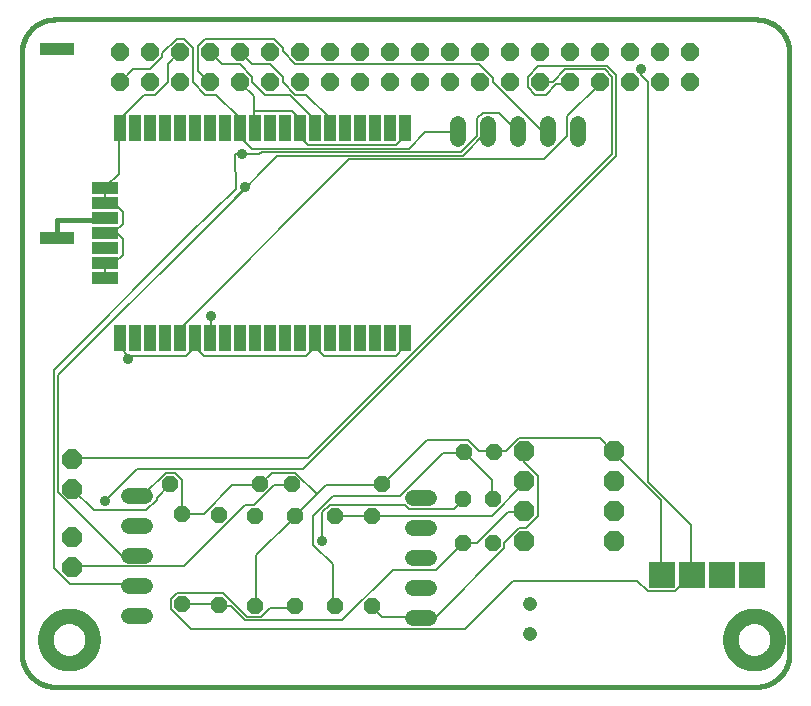
<source format=gtl>
G75*
%MOIN*%
%OFA0B0*%
%FSLAX25Y25*%
%IPPOS*%
%LPD*%
%AMOC8*
5,1,8,0,0,1.08239X$1,22.5*
%
%ADD10C,0.01600*%
%ADD11C,0.00000*%
%ADD12R,0.11811X0.03937*%
%ADD13C,0.05000*%
%ADD14OC8,0.06000*%
%ADD15R,0.04000X0.08858*%
%ADD16R,0.08858X0.04000*%
%ADD17OC8,0.06600*%
%ADD18OC8,0.05200*%
%ADD19R,0.08600X0.08600*%
%ADD20OC8,0.06800*%
%ADD21C,0.04756*%
%ADD22C,0.05200*%
%ADD23C,0.00600*%
%ADD24C,0.03600*%
D10*
X0007525Y0012936D02*
X0007525Y0213105D01*
X0007528Y0213374D01*
X0007538Y0213643D01*
X0007554Y0213912D01*
X0007577Y0214180D01*
X0007606Y0214447D01*
X0007642Y0214714D01*
X0007684Y0214980D01*
X0007732Y0215245D01*
X0007787Y0215508D01*
X0007849Y0215770D01*
X0007916Y0216031D01*
X0007990Y0216289D01*
X0008070Y0216546D01*
X0008156Y0216801D01*
X0008249Y0217054D01*
X0008347Y0217304D01*
X0008452Y0217552D01*
X0008562Y0217798D01*
X0008678Y0218040D01*
X0008801Y0218280D01*
X0008928Y0218517D01*
X0009062Y0218751D01*
X0009201Y0218981D01*
X0009346Y0219208D01*
X0009496Y0219431D01*
X0009652Y0219651D01*
X0009813Y0219866D01*
X0009979Y0220078D01*
X0010150Y0220286D01*
X0010326Y0220490D01*
X0010506Y0220689D01*
X0010692Y0220884D01*
X0010882Y0221074D01*
X0011077Y0221260D01*
X0011276Y0221440D01*
X0011480Y0221616D01*
X0011688Y0221787D01*
X0011900Y0221953D01*
X0012115Y0222114D01*
X0012335Y0222270D01*
X0012558Y0222420D01*
X0012785Y0222565D01*
X0013015Y0222704D01*
X0013249Y0222838D01*
X0013486Y0222965D01*
X0013726Y0223088D01*
X0013968Y0223204D01*
X0014214Y0223314D01*
X0014462Y0223419D01*
X0014712Y0223517D01*
X0014965Y0223610D01*
X0015220Y0223696D01*
X0015477Y0223776D01*
X0015735Y0223850D01*
X0015996Y0223917D01*
X0016258Y0223979D01*
X0016521Y0224034D01*
X0016786Y0224082D01*
X0017052Y0224124D01*
X0017319Y0224160D01*
X0017586Y0224189D01*
X0017854Y0224212D01*
X0018123Y0224228D01*
X0018392Y0224238D01*
X0018661Y0224241D01*
X0252295Y0224241D01*
X0252564Y0224238D01*
X0252833Y0224228D01*
X0253102Y0224212D01*
X0253370Y0224189D01*
X0253637Y0224160D01*
X0253904Y0224124D01*
X0254170Y0224082D01*
X0254435Y0224034D01*
X0254698Y0223979D01*
X0254960Y0223917D01*
X0255221Y0223850D01*
X0255479Y0223776D01*
X0255736Y0223696D01*
X0255991Y0223610D01*
X0256244Y0223517D01*
X0256494Y0223419D01*
X0256742Y0223314D01*
X0256988Y0223204D01*
X0257230Y0223088D01*
X0257470Y0222965D01*
X0257707Y0222838D01*
X0257941Y0222704D01*
X0258171Y0222565D01*
X0258398Y0222420D01*
X0258621Y0222270D01*
X0258841Y0222114D01*
X0259056Y0221953D01*
X0259268Y0221787D01*
X0259476Y0221616D01*
X0259680Y0221440D01*
X0259879Y0221260D01*
X0260074Y0221074D01*
X0260264Y0220884D01*
X0260450Y0220689D01*
X0260630Y0220490D01*
X0260806Y0220286D01*
X0260977Y0220078D01*
X0261143Y0219866D01*
X0261304Y0219651D01*
X0261460Y0219431D01*
X0261610Y0219208D01*
X0261755Y0218981D01*
X0261894Y0218751D01*
X0262028Y0218517D01*
X0262155Y0218280D01*
X0262278Y0218040D01*
X0262394Y0217798D01*
X0262504Y0217552D01*
X0262609Y0217304D01*
X0262707Y0217054D01*
X0262800Y0216801D01*
X0262886Y0216546D01*
X0262966Y0216289D01*
X0263040Y0216031D01*
X0263107Y0215770D01*
X0263169Y0215508D01*
X0263224Y0215245D01*
X0263272Y0214980D01*
X0263314Y0214714D01*
X0263350Y0214447D01*
X0263379Y0214180D01*
X0263402Y0213912D01*
X0263418Y0213643D01*
X0263428Y0213374D01*
X0263431Y0213105D01*
X0263430Y0213105D02*
X0263430Y0012936D01*
X0263431Y0012936D02*
X0263428Y0012667D01*
X0263418Y0012398D01*
X0263402Y0012129D01*
X0263379Y0011861D01*
X0263350Y0011594D01*
X0263314Y0011327D01*
X0263272Y0011061D01*
X0263224Y0010796D01*
X0263169Y0010533D01*
X0263107Y0010271D01*
X0263040Y0010010D01*
X0262966Y0009752D01*
X0262886Y0009495D01*
X0262800Y0009240D01*
X0262707Y0008987D01*
X0262609Y0008737D01*
X0262504Y0008489D01*
X0262394Y0008243D01*
X0262278Y0008001D01*
X0262155Y0007761D01*
X0262028Y0007524D01*
X0261894Y0007290D01*
X0261755Y0007060D01*
X0261610Y0006833D01*
X0261460Y0006610D01*
X0261304Y0006390D01*
X0261143Y0006175D01*
X0260977Y0005963D01*
X0260806Y0005755D01*
X0260630Y0005551D01*
X0260450Y0005352D01*
X0260264Y0005157D01*
X0260074Y0004967D01*
X0259879Y0004781D01*
X0259680Y0004601D01*
X0259476Y0004425D01*
X0259268Y0004254D01*
X0259056Y0004088D01*
X0258841Y0003927D01*
X0258621Y0003771D01*
X0258398Y0003621D01*
X0258171Y0003476D01*
X0257941Y0003337D01*
X0257707Y0003203D01*
X0257470Y0003076D01*
X0257230Y0002953D01*
X0256988Y0002837D01*
X0256742Y0002727D01*
X0256494Y0002622D01*
X0256244Y0002524D01*
X0255991Y0002431D01*
X0255736Y0002345D01*
X0255479Y0002265D01*
X0255221Y0002191D01*
X0254960Y0002124D01*
X0254698Y0002062D01*
X0254435Y0002007D01*
X0254170Y0001959D01*
X0253904Y0001917D01*
X0253637Y0001881D01*
X0253370Y0001852D01*
X0253102Y0001829D01*
X0252833Y0001813D01*
X0252564Y0001803D01*
X0252295Y0001800D01*
X0018661Y0001800D01*
X0018392Y0001803D01*
X0018123Y0001813D01*
X0017854Y0001829D01*
X0017586Y0001852D01*
X0017319Y0001881D01*
X0017052Y0001917D01*
X0016786Y0001959D01*
X0016521Y0002007D01*
X0016258Y0002062D01*
X0015996Y0002124D01*
X0015735Y0002191D01*
X0015477Y0002265D01*
X0015220Y0002345D01*
X0014965Y0002431D01*
X0014712Y0002524D01*
X0014462Y0002622D01*
X0014214Y0002727D01*
X0013968Y0002837D01*
X0013726Y0002953D01*
X0013486Y0003076D01*
X0013249Y0003203D01*
X0013015Y0003337D01*
X0012785Y0003476D01*
X0012558Y0003621D01*
X0012335Y0003771D01*
X0012115Y0003927D01*
X0011900Y0004088D01*
X0011688Y0004254D01*
X0011480Y0004425D01*
X0011276Y0004601D01*
X0011077Y0004781D01*
X0010882Y0004967D01*
X0010692Y0005157D01*
X0010506Y0005352D01*
X0010326Y0005551D01*
X0010150Y0005755D01*
X0009979Y0005963D01*
X0009813Y0006175D01*
X0009652Y0006390D01*
X0009496Y0006610D01*
X0009346Y0006833D01*
X0009201Y0007060D01*
X0009062Y0007290D01*
X0008928Y0007524D01*
X0008801Y0007761D01*
X0008678Y0008001D01*
X0008562Y0008243D01*
X0008452Y0008489D01*
X0008347Y0008737D01*
X0008249Y0008987D01*
X0008156Y0009240D01*
X0008070Y0009495D01*
X0007990Y0009752D01*
X0007916Y0010010D01*
X0007849Y0010271D01*
X0007787Y0010533D01*
X0007732Y0010796D01*
X0007684Y0011061D01*
X0007642Y0011327D01*
X0007606Y0011594D01*
X0007577Y0011861D01*
X0007554Y0012129D01*
X0007538Y0012398D01*
X0007528Y0012667D01*
X0007525Y0012936D01*
X0019336Y0151406D02*
X0019336Y0157312D01*
X0035084Y0157312D01*
D11*
X0017761Y0017548D02*
X0017763Y0017696D01*
X0017769Y0017844D01*
X0017779Y0017992D01*
X0017793Y0018139D01*
X0017811Y0018286D01*
X0017832Y0018432D01*
X0017858Y0018578D01*
X0017888Y0018723D01*
X0017921Y0018867D01*
X0017959Y0019010D01*
X0018000Y0019152D01*
X0018045Y0019293D01*
X0018093Y0019433D01*
X0018146Y0019572D01*
X0018202Y0019709D01*
X0018262Y0019844D01*
X0018325Y0019978D01*
X0018392Y0020110D01*
X0018463Y0020240D01*
X0018537Y0020368D01*
X0018614Y0020494D01*
X0018695Y0020618D01*
X0018779Y0020740D01*
X0018866Y0020859D01*
X0018957Y0020976D01*
X0019051Y0021091D01*
X0019147Y0021203D01*
X0019247Y0021313D01*
X0019349Y0021419D01*
X0019455Y0021523D01*
X0019563Y0021624D01*
X0019674Y0021722D01*
X0019787Y0021818D01*
X0019903Y0021910D01*
X0020021Y0021999D01*
X0020142Y0022084D01*
X0020265Y0022167D01*
X0020390Y0022246D01*
X0020517Y0022322D01*
X0020646Y0022394D01*
X0020777Y0022463D01*
X0020910Y0022528D01*
X0021045Y0022589D01*
X0021181Y0022647D01*
X0021318Y0022702D01*
X0021457Y0022752D01*
X0021598Y0022799D01*
X0021739Y0022842D01*
X0021882Y0022882D01*
X0022026Y0022917D01*
X0022170Y0022949D01*
X0022316Y0022976D01*
X0022462Y0023000D01*
X0022609Y0023020D01*
X0022756Y0023036D01*
X0022903Y0023048D01*
X0023051Y0023056D01*
X0023199Y0023060D01*
X0023347Y0023060D01*
X0023495Y0023056D01*
X0023643Y0023048D01*
X0023790Y0023036D01*
X0023937Y0023020D01*
X0024084Y0023000D01*
X0024230Y0022976D01*
X0024376Y0022949D01*
X0024520Y0022917D01*
X0024664Y0022882D01*
X0024807Y0022842D01*
X0024948Y0022799D01*
X0025089Y0022752D01*
X0025228Y0022702D01*
X0025365Y0022647D01*
X0025501Y0022589D01*
X0025636Y0022528D01*
X0025769Y0022463D01*
X0025900Y0022394D01*
X0026029Y0022322D01*
X0026156Y0022246D01*
X0026281Y0022167D01*
X0026404Y0022084D01*
X0026525Y0021999D01*
X0026643Y0021910D01*
X0026759Y0021818D01*
X0026872Y0021722D01*
X0026983Y0021624D01*
X0027091Y0021523D01*
X0027197Y0021419D01*
X0027299Y0021313D01*
X0027399Y0021203D01*
X0027495Y0021091D01*
X0027589Y0020976D01*
X0027680Y0020859D01*
X0027767Y0020740D01*
X0027851Y0020618D01*
X0027932Y0020494D01*
X0028009Y0020368D01*
X0028083Y0020240D01*
X0028154Y0020110D01*
X0028221Y0019978D01*
X0028284Y0019844D01*
X0028344Y0019709D01*
X0028400Y0019572D01*
X0028453Y0019433D01*
X0028501Y0019293D01*
X0028546Y0019152D01*
X0028587Y0019010D01*
X0028625Y0018867D01*
X0028658Y0018723D01*
X0028688Y0018578D01*
X0028714Y0018432D01*
X0028735Y0018286D01*
X0028753Y0018139D01*
X0028767Y0017992D01*
X0028777Y0017844D01*
X0028783Y0017696D01*
X0028785Y0017548D01*
X0028783Y0017400D01*
X0028777Y0017252D01*
X0028767Y0017104D01*
X0028753Y0016957D01*
X0028735Y0016810D01*
X0028714Y0016664D01*
X0028688Y0016518D01*
X0028658Y0016373D01*
X0028625Y0016229D01*
X0028587Y0016086D01*
X0028546Y0015944D01*
X0028501Y0015803D01*
X0028453Y0015663D01*
X0028400Y0015524D01*
X0028344Y0015387D01*
X0028284Y0015252D01*
X0028221Y0015118D01*
X0028154Y0014986D01*
X0028083Y0014856D01*
X0028009Y0014728D01*
X0027932Y0014602D01*
X0027851Y0014478D01*
X0027767Y0014356D01*
X0027680Y0014237D01*
X0027589Y0014120D01*
X0027495Y0014005D01*
X0027399Y0013893D01*
X0027299Y0013783D01*
X0027197Y0013677D01*
X0027091Y0013573D01*
X0026983Y0013472D01*
X0026872Y0013374D01*
X0026759Y0013278D01*
X0026643Y0013186D01*
X0026525Y0013097D01*
X0026404Y0013012D01*
X0026281Y0012929D01*
X0026156Y0012850D01*
X0026029Y0012774D01*
X0025900Y0012702D01*
X0025769Y0012633D01*
X0025636Y0012568D01*
X0025501Y0012507D01*
X0025365Y0012449D01*
X0025228Y0012394D01*
X0025089Y0012344D01*
X0024948Y0012297D01*
X0024807Y0012254D01*
X0024664Y0012214D01*
X0024520Y0012179D01*
X0024376Y0012147D01*
X0024230Y0012120D01*
X0024084Y0012096D01*
X0023937Y0012076D01*
X0023790Y0012060D01*
X0023643Y0012048D01*
X0023495Y0012040D01*
X0023347Y0012036D01*
X0023199Y0012036D01*
X0023051Y0012040D01*
X0022903Y0012048D01*
X0022756Y0012060D01*
X0022609Y0012076D01*
X0022462Y0012096D01*
X0022316Y0012120D01*
X0022170Y0012147D01*
X0022026Y0012179D01*
X0021882Y0012214D01*
X0021739Y0012254D01*
X0021598Y0012297D01*
X0021457Y0012344D01*
X0021318Y0012394D01*
X0021181Y0012449D01*
X0021045Y0012507D01*
X0020910Y0012568D01*
X0020777Y0012633D01*
X0020646Y0012702D01*
X0020517Y0012774D01*
X0020390Y0012850D01*
X0020265Y0012929D01*
X0020142Y0013012D01*
X0020021Y0013097D01*
X0019903Y0013186D01*
X0019787Y0013278D01*
X0019674Y0013374D01*
X0019563Y0013472D01*
X0019455Y0013573D01*
X0019349Y0013677D01*
X0019247Y0013783D01*
X0019147Y0013893D01*
X0019051Y0014005D01*
X0018957Y0014120D01*
X0018866Y0014237D01*
X0018779Y0014356D01*
X0018695Y0014478D01*
X0018614Y0014602D01*
X0018537Y0014728D01*
X0018463Y0014856D01*
X0018392Y0014986D01*
X0018325Y0015118D01*
X0018262Y0015252D01*
X0018202Y0015387D01*
X0018146Y0015524D01*
X0018093Y0015663D01*
X0018045Y0015803D01*
X0018000Y0015944D01*
X0017959Y0016086D01*
X0017921Y0016229D01*
X0017888Y0016373D01*
X0017858Y0016518D01*
X0017832Y0016664D01*
X0017811Y0016810D01*
X0017793Y0016957D01*
X0017779Y0017104D01*
X0017769Y0017252D01*
X0017763Y0017400D01*
X0017761Y0017548D01*
X0246107Y0017548D02*
X0246109Y0017696D01*
X0246115Y0017844D01*
X0246125Y0017992D01*
X0246139Y0018139D01*
X0246157Y0018286D01*
X0246178Y0018432D01*
X0246204Y0018578D01*
X0246234Y0018723D01*
X0246267Y0018867D01*
X0246305Y0019010D01*
X0246346Y0019152D01*
X0246391Y0019293D01*
X0246439Y0019433D01*
X0246492Y0019572D01*
X0246548Y0019709D01*
X0246608Y0019844D01*
X0246671Y0019978D01*
X0246738Y0020110D01*
X0246809Y0020240D01*
X0246883Y0020368D01*
X0246960Y0020494D01*
X0247041Y0020618D01*
X0247125Y0020740D01*
X0247212Y0020859D01*
X0247303Y0020976D01*
X0247397Y0021091D01*
X0247493Y0021203D01*
X0247593Y0021313D01*
X0247695Y0021419D01*
X0247801Y0021523D01*
X0247909Y0021624D01*
X0248020Y0021722D01*
X0248133Y0021818D01*
X0248249Y0021910D01*
X0248367Y0021999D01*
X0248488Y0022084D01*
X0248611Y0022167D01*
X0248736Y0022246D01*
X0248863Y0022322D01*
X0248992Y0022394D01*
X0249123Y0022463D01*
X0249256Y0022528D01*
X0249391Y0022589D01*
X0249527Y0022647D01*
X0249664Y0022702D01*
X0249803Y0022752D01*
X0249944Y0022799D01*
X0250085Y0022842D01*
X0250228Y0022882D01*
X0250372Y0022917D01*
X0250516Y0022949D01*
X0250662Y0022976D01*
X0250808Y0023000D01*
X0250955Y0023020D01*
X0251102Y0023036D01*
X0251249Y0023048D01*
X0251397Y0023056D01*
X0251545Y0023060D01*
X0251693Y0023060D01*
X0251841Y0023056D01*
X0251989Y0023048D01*
X0252136Y0023036D01*
X0252283Y0023020D01*
X0252430Y0023000D01*
X0252576Y0022976D01*
X0252722Y0022949D01*
X0252866Y0022917D01*
X0253010Y0022882D01*
X0253153Y0022842D01*
X0253294Y0022799D01*
X0253435Y0022752D01*
X0253574Y0022702D01*
X0253711Y0022647D01*
X0253847Y0022589D01*
X0253982Y0022528D01*
X0254115Y0022463D01*
X0254246Y0022394D01*
X0254375Y0022322D01*
X0254502Y0022246D01*
X0254627Y0022167D01*
X0254750Y0022084D01*
X0254871Y0021999D01*
X0254989Y0021910D01*
X0255105Y0021818D01*
X0255218Y0021722D01*
X0255329Y0021624D01*
X0255437Y0021523D01*
X0255543Y0021419D01*
X0255645Y0021313D01*
X0255745Y0021203D01*
X0255841Y0021091D01*
X0255935Y0020976D01*
X0256026Y0020859D01*
X0256113Y0020740D01*
X0256197Y0020618D01*
X0256278Y0020494D01*
X0256355Y0020368D01*
X0256429Y0020240D01*
X0256500Y0020110D01*
X0256567Y0019978D01*
X0256630Y0019844D01*
X0256690Y0019709D01*
X0256746Y0019572D01*
X0256799Y0019433D01*
X0256847Y0019293D01*
X0256892Y0019152D01*
X0256933Y0019010D01*
X0256971Y0018867D01*
X0257004Y0018723D01*
X0257034Y0018578D01*
X0257060Y0018432D01*
X0257081Y0018286D01*
X0257099Y0018139D01*
X0257113Y0017992D01*
X0257123Y0017844D01*
X0257129Y0017696D01*
X0257131Y0017548D01*
X0257129Y0017400D01*
X0257123Y0017252D01*
X0257113Y0017104D01*
X0257099Y0016957D01*
X0257081Y0016810D01*
X0257060Y0016664D01*
X0257034Y0016518D01*
X0257004Y0016373D01*
X0256971Y0016229D01*
X0256933Y0016086D01*
X0256892Y0015944D01*
X0256847Y0015803D01*
X0256799Y0015663D01*
X0256746Y0015524D01*
X0256690Y0015387D01*
X0256630Y0015252D01*
X0256567Y0015118D01*
X0256500Y0014986D01*
X0256429Y0014856D01*
X0256355Y0014728D01*
X0256278Y0014602D01*
X0256197Y0014478D01*
X0256113Y0014356D01*
X0256026Y0014237D01*
X0255935Y0014120D01*
X0255841Y0014005D01*
X0255745Y0013893D01*
X0255645Y0013783D01*
X0255543Y0013677D01*
X0255437Y0013573D01*
X0255329Y0013472D01*
X0255218Y0013374D01*
X0255105Y0013278D01*
X0254989Y0013186D01*
X0254871Y0013097D01*
X0254750Y0013012D01*
X0254627Y0012929D01*
X0254502Y0012850D01*
X0254375Y0012774D01*
X0254246Y0012702D01*
X0254115Y0012633D01*
X0253982Y0012568D01*
X0253847Y0012507D01*
X0253711Y0012449D01*
X0253574Y0012394D01*
X0253435Y0012344D01*
X0253294Y0012297D01*
X0253153Y0012254D01*
X0253010Y0012214D01*
X0252866Y0012179D01*
X0252722Y0012147D01*
X0252576Y0012120D01*
X0252430Y0012096D01*
X0252283Y0012076D01*
X0252136Y0012060D01*
X0251989Y0012048D01*
X0251841Y0012040D01*
X0251693Y0012036D01*
X0251545Y0012036D01*
X0251397Y0012040D01*
X0251249Y0012048D01*
X0251102Y0012060D01*
X0250955Y0012076D01*
X0250808Y0012096D01*
X0250662Y0012120D01*
X0250516Y0012147D01*
X0250372Y0012179D01*
X0250228Y0012214D01*
X0250085Y0012254D01*
X0249944Y0012297D01*
X0249803Y0012344D01*
X0249664Y0012394D01*
X0249527Y0012449D01*
X0249391Y0012507D01*
X0249256Y0012568D01*
X0249123Y0012633D01*
X0248992Y0012702D01*
X0248863Y0012774D01*
X0248736Y0012850D01*
X0248611Y0012929D01*
X0248488Y0013012D01*
X0248367Y0013097D01*
X0248249Y0013186D01*
X0248133Y0013278D01*
X0248020Y0013374D01*
X0247909Y0013472D01*
X0247801Y0013573D01*
X0247695Y0013677D01*
X0247593Y0013783D01*
X0247493Y0013893D01*
X0247397Y0014005D01*
X0247303Y0014120D01*
X0247212Y0014237D01*
X0247125Y0014356D01*
X0247041Y0014478D01*
X0246960Y0014602D01*
X0246883Y0014728D01*
X0246809Y0014856D01*
X0246738Y0014986D01*
X0246671Y0015118D01*
X0246608Y0015252D01*
X0246548Y0015387D01*
X0246492Y0015524D01*
X0246439Y0015663D01*
X0246391Y0015803D01*
X0246346Y0015944D01*
X0246305Y0016086D01*
X0246267Y0016229D01*
X0246234Y0016373D01*
X0246204Y0016518D01*
X0246178Y0016664D01*
X0246157Y0016810D01*
X0246139Y0016957D01*
X0246125Y0017104D01*
X0246115Y0017252D01*
X0246109Y0017400D01*
X0246107Y0017548D01*
D12*
X0019336Y0151406D03*
X0019336Y0214398D03*
D13*
X0015399Y0017548D02*
X0015401Y0017741D01*
X0015408Y0017934D01*
X0015420Y0018127D01*
X0015437Y0018320D01*
X0015458Y0018512D01*
X0015484Y0018703D01*
X0015515Y0018894D01*
X0015550Y0019084D01*
X0015590Y0019273D01*
X0015635Y0019461D01*
X0015684Y0019648D01*
X0015738Y0019834D01*
X0015796Y0020018D01*
X0015859Y0020201D01*
X0015927Y0020382D01*
X0015998Y0020561D01*
X0016075Y0020739D01*
X0016155Y0020915D01*
X0016240Y0021088D01*
X0016329Y0021260D01*
X0016422Y0021429D01*
X0016519Y0021596D01*
X0016621Y0021761D01*
X0016726Y0021923D01*
X0016835Y0022082D01*
X0016949Y0022239D01*
X0017066Y0022392D01*
X0017186Y0022543D01*
X0017311Y0022691D01*
X0017439Y0022836D01*
X0017570Y0022977D01*
X0017705Y0023116D01*
X0017844Y0023251D01*
X0017985Y0023382D01*
X0018130Y0023510D01*
X0018278Y0023635D01*
X0018429Y0023755D01*
X0018582Y0023872D01*
X0018739Y0023986D01*
X0018898Y0024095D01*
X0019060Y0024200D01*
X0019225Y0024302D01*
X0019392Y0024399D01*
X0019561Y0024492D01*
X0019733Y0024581D01*
X0019906Y0024666D01*
X0020082Y0024746D01*
X0020260Y0024823D01*
X0020439Y0024894D01*
X0020620Y0024962D01*
X0020803Y0025025D01*
X0020987Y0025083D01*
X0021173Y0025137D01*
X0021360Y0025186D01*
X0021548Y0025231D01*
X0021737Y0025271D01*
X0021927Y0025306D01*
X0022118Y0025337D01*
X0022309Y0025363D01*
X0022501Y0025384D01*
X0022694Y0025401D01*
X0022887Y0025413D01*
X0023080Y0025420D01*
X0023273Y0025422D01*
X0023466Y0025420D01*
X0023659Y0025413D01*
X0023852Y0025401D01*
X0024045Y0025384D01*
X0024237Y0025363D01*
X0024428Y0025337D01*
X0024619Y0025306D01*
X0024809Y0025271D01*
X0024998Y0025231D01*
X0025186Y0025186D01*
X0025373Y0025137D01*
X0025559Y0025083D01*
X0025743Y0025025D01*
X0025926Y0024962D01*
X0026107Y0024894D01*
X0026286Y0024823D01*
X0026464Y0024746D01*
X0026640Y0024666D01*
X0026813Y0024581D01*
X0026985Y0024492D01*
X0027154Y0024399D01*
X0027321Y0024302D01*
X0027486Y0024200D01*
X0027648Y0024095D01*
X0027807Y0023986D01*
X0027964Y0023872D01*
X0028117Y0023755D01*
X0028268Y0023635D01*
X0028416Y0023510D01*
X0028561Y0023382D01*
X0028702Y0023251D01*
X0028841Y0023116D01*
X0028976Y0022977D01*
X0029107Y0022836D01*
X0029235Y0022691D01*
X0029360Y0022543D01*
X0029480Y0022392D01*
X0029597Y0022239D01*
X0029711Y0022082D01*
X0029820Y0021923D01*
X0029925Y0021761D01*
X0030027Y0021596D01*
X0030124Y0021429D01*
X0030217Y0021260D01*
X0030306Y0021088D01*
X0030391Y0020915D01*
X0030471Y0020739D01*
X0030548Y0020561D01*
X0030619Y0020382D01*
X0030687Y0020201D01*
X0030750Y0020018D01*
X0030808Y0019834D01*
X0030862Y0019648D01*
X0030911Y0019461D01*
X0030956Y0019273D01*
X0030996Y0019084D01*
X0031031Y0018894D01*
X0031062Y0018703D01*
X0031088Y0018512D01*
X0031109Y0018320D01*
X0031126Y0018127D01*
X0031138Y0017934D01*
X0031145Y0017741D01*
X0031147Y0017548D01*
X0031145Y0017355D01*
X0031138Y0017162D01*
X0031126Y0016969D01*
X0031109Y0016776D01*
X0031088Y0016584D01*
X0031062Y0016393D01*
X0031031Y0016202D01*
X0030996Y0016012D01*
X0030956Y0015823D01*
X0030911Y0015635D01*
X0030862Y0015448D01*
X0030808Y0015262D01*
X0030750Y0015078D01*
X0030687Y0014895D01*
X0030619Y0014714D01*
X0030548Y0014535D01*
X0030471Y0014357D01*
X0030391Y0014181D01*
X0030306Y0014008D01*
X0030217Y0013836D01*
X0030124Y0013667D01*
X0030027Y0013500D01*
X0029925Y0013335D01*
X0029820Y0013173D01*
X0029711Y0013014D01*
X0029597Y0012857D01*
X0029480Y0012704D01*
X0029360Y0012553D01*
X0029235Y0012405D01*
X0029107Y0012260D01*
X0028976Y0012119D01*
X0028841Y0011980D01*
X0028702Y0011845D01*
X0028561Y0011714D01*
X0028416Y0011586D01*
X0028268Y0011461D01*
X0028117Y0011341D01*
X0027964Y0011224D01*
X0027807Y0011110D01*
X0027648Y0011001D01*
X0027486Y0010896D01*
X0027321Y0010794D01*
X0027154Y0010697D01*
X0026985Y0010604D01*
X0026813Y0010515D01*
X0026640Y0010430D01*
X0026464Y0010350D01*
X0026286Y0010273D01*
X0026107Y0010202D01*
X0025926Y0010134D01*
X0025743Y0010071D01*
X0025559Y0010013D01*
X0025373Y0009959D01*
X0025186Y0009910D01*
X0024998Y0009865D01*
X0024809Y0009825D01*
X0024619Y0009790D01*
X0024428Y0009759D01*
X0024237Y0009733D01*
X0024045Y0009712D01*
X0023852Y0009695D01*
X0023659Y0009683D01*
X0023466Y0009676D01*
X0023273Y0009674D01*
X0023080Y0009676D01*
X0022887Y0009683D01*
X0022694Y0009695D01*
X0022501Y0009712D01*
X0022309Y0009733D01*
X0022118Y0009759D01*
X0021927Y0009790D01*
X0021737Y0009825D01*
X0021548Y0009865D01*
X0021360Y0009910D01*
X0021173Y0009959D01*
X0020987Y0010013D01*
X0020803Y0010071D01*
X0020620Y0010134D01*
X0020439Y0010202D01*
X0020260Y0010273D01*
X0020082Y0010350D01*
X0019906Y0010430D01*
X0019733Y0010515D01*
X0019561Y0010604D01*
X0019392Y0010697D01*
X0019225Y0010794D01*
X0019060Y0010896D01*
X0018898Y0011001D01*
X0018739Y0011110D01*
X0018582Y0011224D01*
X0018429Y0011341D01*
X0018278Y0011461D01*
X0018130Y0011586D01*
X0017985Y0011714D01*
X0017844Y0011845D01*
X0017705Y0011980D01*
X0017570Y0012119D01*
X0017439Y0012260D01*
X0017311Y0012405D01*
X0017186Y0012553D01*
X0017066Y0012704D01*
X0016949Y0012857D01*
X0016835Y0013014D01*
X0016726Y0013173D01*
X0016621Y0013335D01*
X0016519Y0013500D01*
X0016422Y0013667D01*
X0016329Y0013836D01*
X0016240Y0014008D01*
X0016155Y0014181D01*
X0016075Y0014357D01*
X0015998Y0014535D01*
X0015927Y0014714D01*
X0015859Y0014895D01*
X0015796Y0015078D01*
X0015738Y0015262D01*
X0015684Y0015448D01*
X0015635Y0015635D01*
X0015590Y0015823D01*
X0015550Y0016012D01*
X0015515Y0016202D01*
X0015484Y0016393D01*
X0015458Y0016584D01*
X0015437Y0016776D01*
X0015420Y0016969D01*
X0015408Y0017162D01*
X0015401Y0017355D01*
X0015399Y0017548D01*
X0243745Y0017548D02*
X0243747Y0017741D01*
X0243754Y0017934D01*
X0243766Y0018127D01*
X0243783Y0018320D01*
X0243804Y0018512D01*
X0243830Y0018703D01*
X0243861Y0018894D01*
X0243896Y0019084D01*
X0243936Y0019273D01*
X0243981Y0019461D01*
X0244030Y0019648D01*
X0244084Y0019834D01*
X0244142Y0020018D01*
X0244205Y0020201D01*
X0244273Y0020382D01*
X0244344Y0020561D01*
X0244421Y0020739D01*
X0244501Y0020915D01*
X0244586Y0021088D01*
X0244675Y0021260D01*
X0244768Y0021429D01*
X0244865Y0021596D01*
X0244967Y0021761D01*
X0245072Y0021923D01*
X0245181Y0022082D01*
X0245295Y0022239D01*
X0245412Y0022392D01*
X0245532Y0022543D01*
X0245657Y0022691D01*
X0245785Y0022836D01*
X0245916Y0022977D01*
X0246051Y0023116D01*
X0246190Y0023251D01*
X0246331Y0023382D01*
X0246476Y0023510D01*
X0246624Y0023635D01*
X0246775Y0023755D01*
X0246928Y0023872D01*
X0247085Y0023986D01*
X0247244Y0024095D01*
X0247406Y0024200D01*
X0247571Y0024302D01*
X0247738Y0024399D01*
X0247907Y0024492D01*
X0248079Y0024581D01*
X0248252Y0024666D01*
X0248428Y0024746D01*
X0248606Y0024823D01*
X0248785Y0024894D01*
X0248966Y0024962D01*
X0249149Y0025025D01*
X0249333Y0025083D01*
X0249519Y0025137D01*
X0249706Y0025186D01*
X0249894Y0025231D01*
X0250083Y0025271D01*
X0250273Y0025306D01*
X0250464Y0025337D01*
X0250655Y0025363D01*
X0250847Y0025384D01*
X0251040Y0025401D01*
X0251233Y0025413D01*
X0251426Y0025420D01*
X0251619Y0025422D01*
X0251812Y0025420D01*
X0252005Y0025413D01*
X0252198Y0025401D01*
X0252391Y0025384D01*
X0252583Y0025363D01*
X0252774Y0025337D01*
X0252965Y0025306D01*
X0253155Y0025271D01*
X0253344Y0025231D01*
X0253532Y0025186D01*
X0253719Y0025137D01*
X0253905Y0025083D01*
X0254089Y0025025D01*
X0254272Y0024962D01*
X0254453Y0024894D01*
X0254632Y0024823D01*
X0254810Y0024746D01*
X0254986Y0024666D01*
X0255159Y0024581D01*
X0255331Y0024492D01*
X0255500Y0024399D01*
X0255667Y0024302D01*
X0255832Y0024200D01*
X0255994Y0024095D01*
X0256153Y0023986D01*
X0256310Y0023872D01*
X0256463Y0023755D01*
X0256614Y0023635D01*
X0256762Y0023510D01*
X0256907Y0023382D01*
X0257048Y0023251D01*
X0257187Y0023116D01*
X0257322Y0022977D01*
X0257453Y0022836D01*
X0257581Y0022691D01*
X0257706Y0022543D01*
X0257826Y0022392D01*
X0257943Y0022239D01*
X0258057Y0022082D01*
X0258166Y0021923D01*
X0258271Y0021761D01*
X0258373Y0021596D01*
X0258470Y0021429D01*
X0258563Y0021260D01*
X0258652Y0021088D01*
X0258737Y0020915D01*
X0258817Y0020739D01*
X0258894Y0020561D01*
X0258965Y0020382D01*
X0259033Y0020201D01*
X0259096Y0020018D01*
X0259154Y0019834D01*
X0259208Y0019648D01*
X0259257Y0019461D01*
X0259302Y0019273D01*
X0259342Y0019084D01*
X0259377Y0018894D01*
X0259408Y0018703D01*
X0259434Y0018512D01*
X0259455Y0018320D01*
X0259472Y0018127D01*
X0259484Y0017934D01*
X0259491Y0017741D01*
X0259493Y0017548D01*
X0259491Y0017355D01*
X0259484Y0017162D01*
X0259472Y0016969D01*
X0259455Y0016776D01*
X0259434Y0016584D01*
X0259408Y0016393D01*
X0259377Y0016202D01*
X0259342Y0016012D01*
X0259302Y0015823D01*
X0259257Y0015635D01*
X0259208Y0015448D01*
X0259154Y0015262D01*
X0259096Y0015078D01*
X0259033Y0014895D01*
X0258965Y0014714D01*
X0258894Y0014535D01*
X0258817Y0014357D01*
X0258737Y0014181D01*
X0258652Y0014008D01*
X0258563Y0013836D01*
X0258470Y0013667D01*
X0258373Y0013500D01*
X0258271Y0013335D01*
X0258166Y0013173D01*
X0258057Y0013014D01*
X0257943Y0012857D01*
X0257826Y0012704D01*
X0257706Y0012553D01*
X0257581Y0012405D01*
X0257453Y0012260D01*
X0257322Y0012119D01*
X0257187Y0011980D01*
X0257048Y0011845D01*
X0256907Y0011714D01*
X0256762Y0011586D01*
X0256614Y0011461D01*
X0256463Y0011341D01*
X0256310Y0011224D01*
X0256153Y0011110D01*
X0255994Y0011001D01*
X0255832Y0010896D01*
X0255667Y0010794D01*
X0255500Y0010697D01*
X0255331Y0010604D01*
X0255159Y0010515D01*
X0254986Y0010430D01*
X0254810Y0010350D01*
X0254632Y0010273D01*
X0254453Y0010202D01*
X0254272Y0010134D01*
X0254089Y0010071D01*
X0253905Y0010013D01*
X0253719Y0009959D01*
X0253532Y0009910D01*
X0253344Y0009865D01*
X0253155Y0009825D01*
X0252965Y0009790D01*
X0252774Y0009759D01*
X0252583Y0009733D01*
X0252391Y0009712D01*
X0252198Y0009695D01*
X0252005Y0009683D01*
X0251812Y0009676D01*
X0251619Y0009674D01*
X0251426Y0009676D01*
X0251233Y0009683D01*
X0251040Y0009695D01*
X0250847Y0009712D01*
X0250655Y0009733D01*
X0250464Y0009759D01*
X0250273Y0009790D01*
X0250083Y0009825D01*
X0249894Y0009865D01*
X0249706Y0009910D01*
X0249519Y0009959D01*
X0249333Y0010013D01*
X0249149Y0010071D01*
X0248966Y0010134D01*
X0248785Y0010202D01*
X0248606Y0010273D01*
X0248428Y0010350D01*
X0248252Y0010430D01*
X0248079Y0010515D01*
X0247907Y0010604D01*
X0247738Y0010697D01*
X0247571Y0010794D01*
X0247406Y0010896D01*
X0247244Y0011001D01*
X0247085Y0011110D01*
X0246928Y0011224D01*
X0246775Y0011341D01*
X0246624Y0011461D01*
X0246476Y0011586D01*
X0246331Y0011714D01*
X0246190Y0011845D01*
X0246051Y0011980D01*
X0245916Y0012119D01*
X0245785Y0012260D01*
X0245657Y0012405D01*
X0245532Y0012553D01*
X0245412Y0012704D01*
X0245295Y0012857D01*
X0245181Y0013014D01*
X0245072Y0013173D01*
X0244967Y0013335D01*
X0244865Y0013500D01*
X0244768Y0013667D01*
X0244675Y0013836D01*
X0244586Y0014008D01*
X0244501Y0014181D01*
X0244421Y0014357D01*
X0244344Y0014535D01*
X0244273Y0014714D01*
X0244205Y0014895D01*
X0244142Y0015078D01*
X0244084Y0015262D01*
X0244030Y0015448D01*
X0243981Y0015635D01*
X0243936Y0015823D01*
X0243896Y0016012D01*
X0243861Y0016202D01*
X0243830Y0016393D01*
X0243804Y0016584D01*
X0243783Y0016776D01*
X0243766Y0016969D01*
X0243754Y0017162D01*
X0243747Y0017355D01*
X0243745Y0017548D01*
D14*
X0230281Y0203375D03*
X0220281Y0203375D03*
X0210281Y0203375D03*
X0200281Y0203375D03*
X0190281Y0203375D03*
X0180281Y0203375D03*
X0170281Y0203375D03*
X0160281Y0203375D03*
X0150281Y0203375D03*
X0140281Y0203375D03*
X0130281Y0203375D03*
X0120281Y0203375D03*
X0110281Y0203375D03*
X0100281Y0203375D03*
X0090281Y0203375D03*
X0080281Y0203375D03*
X0070281Y0203375D03*
X0060281Y0203375D03*
X0050281Y0203375D03*
X0040281Y0203375D03*
X0040281Y0213375D03*
X0050281Y0213375D03*
X0060281Y0213375D03*
X0070281Y0213375D03*
X0080281Y0213375D03*
X0090281Y0213375D03*
X0100281Y0213375D03*
X0110281Y0213375D03*
X0120281Y0213375D03*
X0130281Y0213375D03*
X0140281Y0213375D03*
X0150281Y0213375D03*
X0160281Y0213375D03*
X0170281Y0213375D03*
X0180281Y0213375D03*
X0190281Y0213375D03*
X0200281Y0213375D03*
X0210281Y0213375D03*
X0220281Y0213375D03*
X0230281Y0213375D03*
D15*
X0135281Y0188099D03*
X0130281Y0188099D03*
X0125281Y0188099D03*
X0120281Y0188099D03*
X0115281Y0188099D03*
X0110281Y0188099D03*
X0105281Y0188099D03*
X0100281Y0188099D03*
X0095281Y0188099D03*
X0090281Y0188099D03*
X0085281Y0188099D03*
X0080281Y0188099D03*
X0075281Y0188099D03*
X0070281Y0188099D03*
X0065281Y0188099D03*
X0060281Y0188099D03*
X0055281Y0188099D03*
X0050281Y0188099D03*
X0045281Y0188099D03*
X0040281Y0188099D03*
X0040281Y0118099D03*
X0045281Y0118099D03*
X0050281Y0118099D03*
X0055281Y0118099D03*
X0060281Y0118099D03*
X0065281Y0118099D03*
X0070281Y0118099D03*
X0075281Y0118099D03*
X0080281Y0118099D03*
X0085281Y0118099D03*
X0090281Y0118099D03*
X0095281Y0118099D03*
X0100281Y0118099D03*
X0105281Y0118099D03*
X0110281Y0118099D03*
X0115281Y0118099D03*
X0120281Y0118099D03*
X0125281Y0118099D03*
X0130281Y0118099D03*
X0135281Y0118099D03*
D16*
X0035281Y0138099D03*
X0035281Y0143099D03*
X0035281Y0148099D03*
X0035281Y0153099D03*
X0035281Y0158099D03*
X0035281Y0163099D03*
X0035281Y0168099D03*
D17*
X0024218Y0077863D03*
X0024218Y0067863D03*
X0024375Y0051682D03*
X0024375Y0041682D03*
D18*
X0056934Y0069398D03*
X0060832Y0059359D03*
X0073430Y0059162D03*
X0085438Y0058847D03*
X0086934Y0069398D03*
X0097564Y0069398D03*
X0098470Y0058729D03*
X0111816Y0058729D03*
X0124218Y0058690D03*
X0127564Y0069398D03*
X0154651Y0064517D03*
X0164651Y0064517D03*
X0164454Y0049674D03*
X0154454Y0049674D03*
X0124218Y0028690D03*
X0111816Y0028729D03*
X0098470Y0028729D03*
X0085438Y0028847D03*
X0073430Y0029162D03*
X0060832Y0029359D03*
X0154848Y0080225D03*
X0164848Y0080225D03*
D19*
X0220911Y0039220D03*
X0230911Y0039220D03*
X0240911Y0039220D03*
X0250911Y0039220D03*
D20*
X0204887Y0050265D03*
X0204887Y0060265D03*
X0204887Y0070265D03*
X0204887Y0080265D03*
X0174887Y0080265D03*
X0174887Y0070265D03*
X0174887Y0060265D03*
X0174887Y0050265D03*
D21*
X0177053Y0029556D03*
X0177053Y0019556D03*
D22*
X0143196Y0024713D02*
X0137996Y0024713D01*
X0137996Y0034713D02*
X0143196Y0034713D01*
X0143196Y0044713D02*
X0137996Y0044713D01*
X0137996Y0054713D02*
X0143196Y0054713D01*
X0143196Y0064713D02*
X0137996Y0064713D01*
X0048511Y0065501D02*
X0043311Y0065501D01*
X0043311Y0055501D02*
X0048511Y0055501D01*
X0048511Y0045501D02*
X0043311Y0045501D01*
X0043311Y0035501D02*
X0048511Y0035501D01*
X0048511Y0025501D02*
X0043311Y0025501D01*
X0152879Y0184239D02*
X0152879Y0189439D01*
X0162879Y0189439D02*
X0162879Y0184239D01*
X0172879Y0184239D02*
X0172879Y0189439D01*
X0182879Y0189439D02*
X0182879Y0184239D01*
X0192879Y0184239D02*
X0192879Y0189439D01*
D23*
X0189325Y0192000D02*
X0189325Y0185400D01*
X0181525Y0177600D01*
X0116725Y0177600D01*
X0060325Y0121200D01*
X0060325Y0118200D01*
X0060281Y0118099D01*
X0065125Y0117600D02*
X0065125Y0115200D01*
X0065281Y0118099D01*
X0065125Y0117600D01*
X0065125Y0115200D02*
X0068125Y0112200D01*
X0102325Y0112200D01*
X0105325Y0115200D01*
X0105281Y0118099D01*
X0105325Y0117600D01*
X0105325Y0115200D01*
X0108325Y0112200D01*
X0132325Y0112200D01*
X0134725Y0114600D01*
X0134725Y0117600D01*
X0135281Y0118099D01*
X0168925Y0080400D02*
X0173125Y0084600D01*
X0200125Y0084600D01*
X0204325Y0080400D01*
X0204887Y0080265D01*
X0204925Y0079800D01*
X0220525Y0064200D01*
X0220525Y0039600D01*
X0220911Y0039220D01*
X0225325Y0033600D02*
X0216325Y0033600D01*
X0212725Y0037200D01*
X0171325Y0037200D01*
X0155125Y0021000D01*
X0063925Y0021000D01*
X0057325Y0027600D01*
X0057325Y0031200D01*
X0059125Y0033000D01*
X0074725Y0033000D01*
X0082525Y0025200D01*
X0087325Y0025200D01*
X0090325Y0028200D01*
X0098125Y0028200D01*
X0098470Y0028729D01*
X0111325Y0028800D02*
X0111816Y0028729D01*
X0111325Y0028800D02*
X0111325Y0042600D01*
X0104725Y0049200D01*
X0104725Y0058800D01*
X0111325Y0065400D01*
X0133525Y0065400D01*
X0147925Y0079800D01*
X0154525Y0079800D01*
X0154848Y0080225D01*
X0155125Y0079800D01*
X0164125Y0070800D01*
X0164125Y0064800D01*
X0164651Y0064517D01*
X0169525Y0060000D02*
X0174325Y0060000D01*
X0174887Y0060265D01*
X0179725Y0058800D02*
X0175525Y0054600D01*
X0173125Y0054600D01*
X0168325Y0049800D01*
X0168325Y0048000D01*
X0145525Y0025200D01*
X0140596Y0024713D01*
X0140725Y0025200D01*
X0145525Y0025200D01*
X0140596Y0024713D02*
X0140125Y0025200D01*
X0127525Y0025200D01*
X0124525Y0028200D01*
X0124218Y0028690D01*
X0114325Y0024000D02*
X0131125Y0040800D01*
X0145525Y0040800D01*
X0153925Y0049200D01*
X0154454Y0049674D01*
X0154525Y0049800D01*
X0159325Y0049800D01*
X0169525Y0060000D01*
X0164125Y0058800D02*
X0124525Y0058800D01*
X0124218Y0058690D01*
X0123925Y0058800D01*
X0111925Y0058800D01*
X0111816Y0058729D01*
X0110125Y0062400D02*
X0107725Y0060000D01*
X0107725Y0050400D01*
X0098725Y0058800D02*
X0098470Y0058729D01*
X0098125Y0058200D01*
X0085525Y0045600D01*
X0085525Y0029400D01*
X0085438Y0028847D01*
X0081925Y0024000D02*
X0114325Y0024000D01*
X0081925Y0024000D02*
X0077125Y0028800D01*
X0073525Y0028800D01*
X0073430Y0029162D01*
X0072925Y0029400D01*
X0060925Y0029400D01*
X0060832Y0029359D01*
X0061525Y0042000D02*
X0024925Y0042000D01*
X0024375Y0041682D01*
X0023725Y0036000D02*
X0018325Y0041400D01*
X0018325Y0107494D01*
X0063062Y0152231D01*
X0078810Y0167589D01*
X0078642Y0179231D01*
X0080873Y0179231D01*
X0086462Y0179231D01*
X0087662Y0180000D01*
X0153925Y0180000D01*
X0159325Y0185400D01*
X0159325Y0191400D01*
X0161125Y0193200D01*
X0166525Y0193200D01*
X0172525Y0187200D01*
X0172879Y0186839D01*
X0180925Y0187200D02*
X0164725Y0203400D01*
X0164725Y0204600D01*
X0159925Y0209400D01*
X0098725Y0209400D01*
X0094525Y0213600D01*
X0094525Y0214800D01*
X0091525Y0217800D01*
X0068725Y0217800D01*
X0066325Y0215400D01*
X0066325Y0207000D01*
X0069925Y0203400D01*
X0070281Y0203375D01*
X0068725Y0199200D02*
X0064525Y0203400D01*
X0064525Y0214800D01*
X0061525Y0217800D01*
X0059125Y0217800D01*
X0054325Y0213000D01*
X0054325Y0211800D01*
X0050125Y0207600D01*
X0044725Y0207600D01*
X0040525Y0203400D01*
X0040281Y0203375D01*
X0048325Y0199200D02*
X0051925Y0199200D01*
X0056125Y0203400D01*
X0056125Y0209400D01*
X0059725Y0213000D01*
X0060281Y0213375D01*
X0070281Y0213375D02*
X0070525Y0213000D01*
X0074125Y0209400D01*
X0080125Y0209400D01*
X0084325Y0205200D01*
X0084325Y0203400D01*
X0088525Y0199200D01*
X0096925Y0199200D01*
X0104725Y0191400D01*
X0104725Y0188400D01*
X0105281Y0188099D01*
X0100525Y0187800D02*
X0100525Y0184800D01*
X0102925Y0182400D01*
X0132325Y0182400D01*
X0134725Y0184800D01*
X0134725Y0187800D01*
X0135281Y0188099D01*
X0141925Y0186600D02*
X0136525Y0181200D01*
X0084325Y0181200D01*
X0080725Y0184800D01*
X0080725Y0187800D01*
X0080281Y0188099D01*
X0080125Y0188400D01*
X0080125Y0191400D01*
X0072325Y0199200D01*
X0068725Y0199200D01*
X0080281Y0203375D02*
X0080725Y0202800D01*
X0084925Y0198600D01*
X0084925Y0193800D01*
X0097525Y0193800D01*
X0099925Y0191400D01*
X0099925Y0188400D01*
X0100281Y0188099D01*
X0100525Y0187800D01*
X0110125Y0188400D02*
X0110281Y0188099D01*
X0110125Y0188400D02*
X0110125Y0191400D01*
X0102325Y0199200D01*
X0098725Y0199200D01*
X0094525Y0203400D01*
X0094525Y0205200D01*
X0090325Y0209400D01*
X0084325Y0209400D01*
X0080725Y0213000D01*
X0080281Y0213375D01*
X0084925Y0193800D02*
X0084925Y0188400D01*
X0085281Y0188099D01*
X0092725Y0178800D02*
X0154525Y0178800D01*
X0162325Y0186600D01*
X0162879Y0186839D01*
X0152879Y0186839D02*
X0152725Y0186600D01*
X0141925Y0186600D01*
X0176125Y0201600D02*
X0178525Y0199200D01*
X0182125Y0199200D01*
X0185725Y0202800D01*
X0189925Y0202800D01*
X0190281Y0203375D01*
X0188725Y0207600D02*
X0201925Y0207600D01*
X0204325Y0205200D01*
X0204325Y0179400D01*
X0102925Y0078000D01*
X0024325Y0078000D01*
X0024218Y0077863D01*
X0024218Y0067863D02*
X0024325Y0067800D01*
X0031525Y0060600D01*
X0048925Y0060600D01*
X0052525Y0064200D01*
X0052525Y0064800D01*
X0056725Y0069000D01*
X0056934Y0069398D01*
X0055525Y0073200D02*
X0058525Y0073200D01*
X0060925Y0070800D01*
X0060925Y0059400D01*
X0060832Y0059359D01*
X0060925Y0059400D02*
X0068125Y0059400D01*
X0077725Y0069000D01*
X0086725Y0069000D01*
X0086934Y0069398D01*
X0087325Y0069600D01*
X0090925Y0073200D01*
X0098725Y0073200D01*
X0105925Y0066000D01*
X0108925Y0069000D01*
X0127525Y0069000D01*
X0127564Y0069398D01*
X0128125Y0069600D01*
X0142525Y0084000D01*
X0156325Y0084000D01*
X0159925Y0080400D01*
X0164725Y0080400D01*
X0164848Y0080225D01*
X0165325Y0080400D01*
X0168925Y0080400D01*
X0174887Y0080265D02*
X0174925Y0079800D01*
X0174925Y0076800D01*
X0179725Y0072000D01*
X0179725Y0058800D01*
X0174325Y0069000D02*
X0164125Y0058800D01*
X0154525Y0064200D02*
X0154651Y0064517D01*
X0154525Y0064200D02*
X0151525Y0061200D01*
X0136525Y0061200D01*
X0135325Y0062400D01*
X0110125Y0062400D01*
X0105925Y0066000D02*
X0098725Y0058800D01*
X0097525Y0069000D02*
X0091525Y0069000D01*
X0084925Y0062400D01*
X0081925Y0062400D01*
X0061525Y0042000D01*
X0045911Y0045501D02*
X0045325Y0045600D01*
X0040525Y0045600D01*
X0019525Y0066600D01*
X0019525Y0105600D01*
X0077125Y0163200D01*
X0081810Y0168357D01*
X0077125Y0163200D02*
X0092725Y0178800D01*
X0048325Y0199200D02*
X0040525Y0191400D01*
X0040525Y0188400D01*
X0040281Y0188099D01*
X0039925Y0187800D01*
X0039925Y0172800D01*
X0035725Y0168600D01*
X0035281Y0168099D01*
X0035125Y0168000D01*
X0035125Y0163200D01*
X0035281Y0163099D01*
X0035725Y0162600D01*
X0038725Y0162600D01*
X0041125Y0160200D01*
X0041125Y0156000D01*
X0038725Y0153600D01*
X0035281Y0153099D01*
X0035725Y0153600D01*
X0038725Y0153600D01*
X0041125Y0151200D01*
X0041125Y0145800D01*
X0038725Y0143400D01*
X0035725Y0143400D01*
X0035281Y0143099D01*
X0035125Y0142800D01*
X0035125Y0138600D01*
X0035281Y0138099D01*
X0040281Y0118099D02*
X0040525Y0117600D01*
X0040525Y0114600D01*
X0042925Y0112200D01*
X0042925Y0111000D01*
X0042925Y0112200D02*
X0062125Y0112200D01*
X0065125Y0115200D01*
X0070281Y0118099D02*
X0070525Y0118200D01*
X0070525Y0125400D01*
X0055525Y0073200D02*
X0048325Y0066000D01*
X0045925Y0066000D01*
X0045911Y0065501D01*
X0045925Y0074400D02*
X0035125Y0063600D01*
X0045925Y0074400D02*
X0101125Y0074400D01*
X0205525Y0178800D01*
X0205525Y0205800D01*
X0202525Y0208800D01*
X0179725Y0208800D01*
X0176125Y0205200D01*
X0176125Y0201600D01*
X0180281Y0203375D02*
X0180325Y0203400D01*
X0184525Y0203400D01*
X0188725Y0207600D01*
X0200281Y0203375D02*
X0200125Y0202800D01*
X0189325Y0192000D01*
X0182725Y0187200D02*
X0180925Y0187200D01*
X0182725Y0187200D02*
X0182879Y0186839D01*
X0213925Y0205800D02*
X0216325Y0203400D01*
X0216325Y0070200D01*
X0230725Y0055800D01*
X0230725Y0039600D01*
X0230911Y0039220D01*
X0230725Y0039000D01*
X0225325Y0033600D01*
X0174325Y0069000D02*
X0174325Y0070200D01*
X0174887Y0070265D01*
X0097564Y0069398D02*
X0097525Y0069000D01*
X0045911Y0035501D02*
X0045325Y0036000D01*
X0023725Y0036000D01*
X0213925Y0205800D02*
X0213925Y0207600D01*
D24*
X0213925Y0207600D03*
X0080873Y0179231D03*
X0081810Y0168357D03*
X0070525Y0125400D03*
X0042925Y0111000D03*
X0035125Y0063600D03*
X0107725Y0050400D03*
M02*

</source>
